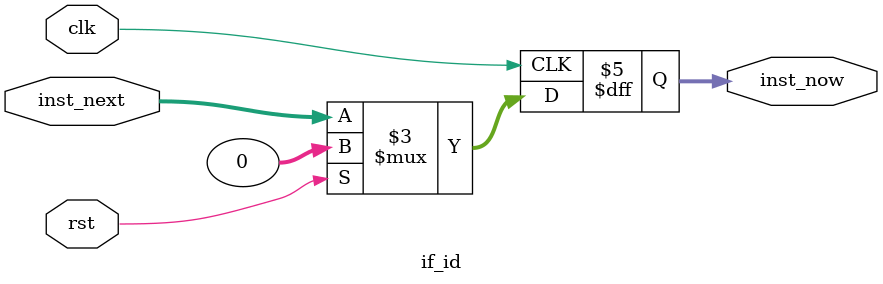
<source format=v>
`timescale 1ns / 1ps


module if_id (
    input             clk,
    input             rst,
    input      [31:0] inst_next,
    output reg [31:0] inst_now
);

  always @(posedge clk) begin
    if (rst) begin
      inst_now <= 32'b0;
    end else begin
      inst_now <= inst_next;
    end
  end
endmodule

</source>
